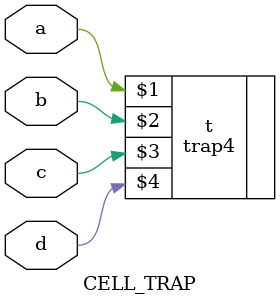
<source format=v>
module grid_8(inout i1, i2, i3, i4, i5, i6,i7,i8, c1, c2, c3, c4, c5, c6,
              d1,d2,d3,d4,d5,d6,d7,d8,
              e1,e2,e3,e4,e5,e6,e7,e8,
              o1);
  wire j1;
  MUX8 mux(i1, i2, i3, i4, i5, i6,i7,i8, c1, c2, c3, c4, c5, c6, j1);
  TREE8 tr2(j1, k1, k2, k3, k4, k5, k6,k7,k8);
  GRID g1(k1,k2,k3,k4,k5,k6,k7,k8,l1,l2,l3,l4,l5,l6,l7,l8,d1,e1);
  GRID g2(l1,l2,l3,l4,l5,l6,l7,l8,m1,m2,m3,m4,m5,m6,m7,m8,d2,e2);
  GRID g3(m1,m2,m3,m4,m5,m6,m7,m8,n1,n2,n3,n4,n5,n6,n7,n8,d3,e3);
  GRID g4(n1,n2,n3,n4,n5,n6,n7,n8,o1,o2,o3,o4,o5,o6,o7,o8,d4,e4);
  GRID g5(o1,o2,o3,o4,o5,o6,o7,o8,p1,p2,p3,p4,p5,p6,p7,p8,d5,e5);
  GRID g6(p1,p2,p3,p4,p5,p6,p7,p8,q1,q2,q3,q4,q5,q6,q7,q8,d6,e6);
  GRID g7(q1,q2,q3,q4,q5,q6,q7,q8,r1,r2,r3,r4,r5,r6,r7,r8,d7,e7);
  GRID g8(r1,r2,r3,r4,r5,r6,r7,r8,s1,s2,s3,s4,s5,s6,s7,s8,d8,e8);
  TREE8 tr1(o1, s1, s2, s3, s4, s5, s6,s7,s8);
endmodule

module GRID(inout i1, i2, i3, i4, i5, i6,i7,i8,  m1, m2, m3, m4, m5, m6,m7,m8, c, d);
  CELL_TRAP ct0(i1, j1, l1);
  valve vj1(.fluidin(j1), .fluid_out(k2), .air_in(c));
  valve vl1(.fluidin(l1), .fluid_out(m1), .air_in(d));
  CELL_TRAP ct1(i2, j2, k2, l2);
  valve vj2(.fluidin(j2), .fluid_out(k3), .air_in(c));
  valve vl2(.fluidin(l2), .fluid_out(m2), .air_in(d));
  CELL_TRAP ct2(i3, j3, k3, l3);
  valve vj3(.fluidin(j3), .fluid_out(k4), .air_in(c));
  valve vl3(.fluidin(l3), .fluid_out(m3), .air_in(d));
  CELL_TRAP ct3(i4, j4, k4, l4);
  valve vj4(.fluidin(j4), .fluid_out(k5), .air_in(c));
  valve vl4(.fluidin(l4), .fluid_out(m4), .air_in(d));
  CELL_TRAP ct4(i5, j5, k5, l5);
  valve vj5(.fluidin(j5), .fluid_out(k6), .air_in(c));
  valve vl5(.fluidin(l5), .fluid_out(m5), .air_in(d));
  CELL_TRAP ct5(i6, j6, k6, l6);
  valve vj6(.fluidin(j6), .fluid_out(k7), .air_in(c));
  valve vl6(.fluidin(l6), .fluid_out(m6), .air_in(d));
  CELL_TRAP ct6(i7, j7, k7, l7);
  valve vj7(.fluidin(j7), .fluid_out(k8), .air_in(c));
  valve vl7(.fluidin(l7), .fluid_out(m7), .air_in(d));
  CELL_TRAP ct7(i8, j8, k8, l8);
  valve vl8(.fluidin(l8), .fluid_out(m8), .air_in(d));
endmodule

module MUX8(inout i1, i2, i3, i4, i5, i6,i7,i8, c1, c2, c3, c4, c5, c6, o1);
  wire j1, j2, j3, j4, j5,j6;
  valve v1(.fluid_in(i1), .fluid_out(j1), .air_in(c1));
  valve v2(.fluid_in(i2), .fluid_out(j1), .air_in(c2));
  valve v3(.fluid_in(i3), .fluid_out(j2), .air_in(c1));
  valve v4(.fluid_in(i4), .fluid_out(j2), .air_in(c2));
  valve v5(.fluid_in(i5), .fluid_out(j3), .air_in(c1));
  valve v6(.fluid_in(i6), .fluid_out(j3), .air_in(c2));
  valve v7(.fluid_in(i7), .fluid_out(j4), .air_in(c1));
  valve v8(.fluid_in(i8), .fluid_out(j4), .air_in(c2));

  valve v9(.fluid_in(j1), .fluid_out(j5), .air_in(c3));
  valve v10(.fluid_in(j2), .fluid_out(j5), .air_in(c4));
  valve v11(.fluid_in(j3), .fluid_out(j6), .air_in(c3));
  valve v12(.fluid_in(j4), .fluid_out(j6), .air_in(c4));

  valve v13(.fluid_in(j5), .fluid_out(o), .air_in(c5));
  valve v14(.fluid_in(j6), .fluid_out(o), .air_in(c6));
endmodule

module TREE8(inout out, in1, in2, in3, in4, in5, in6, in7, in8);
  wire j1_1, j1_2, j2_1, j2_2, j2_3, j2_4;
  mixer m1(.a(j1_1), .b(j1_2), .y(out));
  mixer m2(.a(j2_1), .b(j2_2), .y(j1_1));
  mixer m3(.a(j2_3), .b(j2_4), .y(j1_2));
  mixer m4(.a(port2), .b(port1), .y(j2_1));
  mixer m5(.a(port4), .b(port3), .y(j2_2));
  mixer m6(.a(port6), .b(port5), .y(j2_3));
  mixer m7(.a(port8), .b(port7), .y(j2_4));
endmodule

module CELL_TRAP(inout a, b, c, d);
  trap4 t(a,b,c,d);
endmodule

</source>
